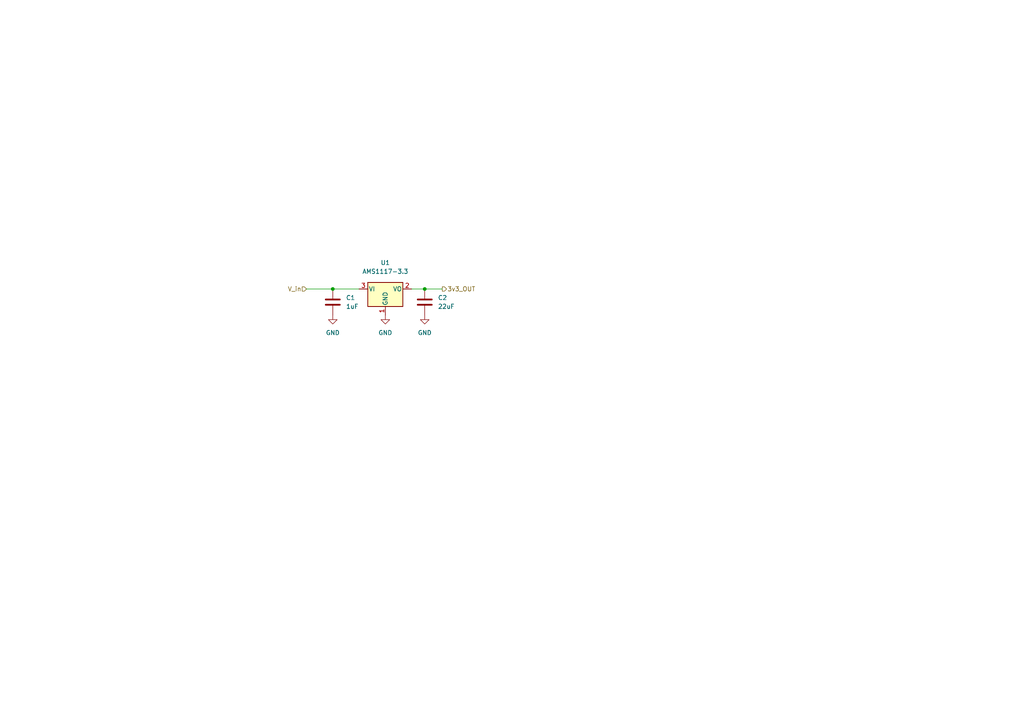
<source format=kicad_sch>
(kicad_sch (version 20211123) (generator eeschema)
  (paper "A4")
  (lib_symbols
    (symbol "Device:C" (pin_numbers hide) (pin_names (offset 0.254))
      (property "Reference" "C" (at 0.635 2.54 0))
      (property "Value" "C" (at 0.635 -2.54 0))
      (symbol "C_0_1"
        (polyline (pts (xy -2.032 -0.762) (xy 2.032 -0.762)) (stroke (width 0.508)))
        (polyline (pts (xy -2.032 0.762) (xy 2.032 0.762)) (stroke (width 0.508)))
      )
      (symbol "C_1_1"
        (pin passive line (at 0 3.81 270) (length 2.794) (name "~") (number "1"))
        (pin passive line (at 0 -3.81 90) (length 2.794) (name "~") (number "2"))
      )
    )
    (symbol "Regulator_Linear:AMS1117-3.3" (pin_names (offset 0.254))
      (property "Reference" "U" (at -3.81 3.175 0))
      (property "Value" "AMS1117-3.3" (at 0 3.175 0))
      (symbol "AMS1117-3.3_0_1"
        (rectangle (start -5.08 -5.08) (end 5.08 1.905) (stroke (width 0.254)) (fill (type background)))
      )
      (symbol "AMS1117-3.3_1_1"
        (pin power_in line (at 0 -7.62 90) (length 2.54) (name "GND") (number "1"))
        (pin power_out line (at 7.62 0 180) (length 2.54) (name "VO") (number "2"))
        (pin power_in line (at -7.62 0 0) (length 2.54) (name "VI") (number "3"))
      )
    )
    (symbol "power:GND" (power) (pin_names (offset 0))
      (property "Value" "GND" (at 0 -3.81 0))
      (symbol "GND_0_1"
        (polyline (pts (xy 0 0) (xy 0 -1.27) (xy 1.27 -1.27) (xy 0 -2.54) (xy -1.27 -1.27) (xy 0 -1.27)))
      )
      (symbol "GND_1_1"
        (pin power_in line (at 0 0 270) (length 0) hide (name "GND") (number "1"))
      )
    )
  )
  (junction (at 96.52 83.82))
  (junction (at 123.19 83.82))
  (wire (pts (xy 123.19 83.82) (xy 119.38 83.82)))
  (wire (pts (xy 88.9 83.82) (xy 96.52 83.82)))
  (wire (pts (xy 96.52 83.82) (xy 104.14 83.82)))
  (wire (pts (xy 128.27 83.82) (xy 123.19 83.82)))
  (hierarchical_label "V_in" (shape input) (at 88.9 83.82 180))
  (hierarchical_label "3v3_OUT" (shape output) (at 128.27 83.82 0))
  (symbol (lib_id "power:GND") (at 96.52 91.44 0)
    (property "Reference" "#PWR01" (effects hide))
    (property "Value" "GND" (at 96.52 96.52 0))
  )
  (symbol (lib_id "Device:C") (at 123.19 87.63 0)
    (property "Reference" "C2" (at 127 86.3599 0) (effects (justify left)))
    (property "Value" "22uF" (at 127 88.8999 0) (effects (justify left)))
    (property "Footprint" "Capacitor_SMD:C_0603_1608Metric_Pad1.08x0.95mm_HandSolder" (effects hide))
  )
  (symbol (lib_id "power:GND") (at 111.76 91.44 0)
    (property "Reference" "#PWR02" (effects hide))
    (property "Value" "GND" (at 111.76 96.52 0))
  )
  (symbol (lib_id "power:GND") (at 123.19 91.44 0)
    (property "Reference" "#PWR03" (effects hide))
    (property "Value" "GND" (at 123.19 96.52 0))
  )
  (symbol (lib_id "Device:C") (at 96.52 87.63 0)
    (property "Reference" "C1" (at 100.33 86.3599 0) (effects (justify left)))
    (property "Value" "1uF" (at 100.33 88.8999 0) (effects (justify left)))
    (property "Footprint" "Capacitor_SMD:C_0603_1608Metric_Pad1.08x0.95mm_HandSolder" (effects hide))
  )
  (symbol (lib_id "Regulator_Linear:AMS1117-3.3") (at 111.76 83.82 0)
    (property "Reference" "U1" (at 111.76 76.2 0))
    (property "Value" "AMS1117-3.3" (at 111.76 78.74 0))
    (property "Footprint" "Package_TO_SOT_SMD:SOT-223-3_TabPin2" (effects hide))
    (property "Datasheet" "http://www.advanced-monolithic.com/pdf/ds1117.pdf" (effects hide))
  )
)
</source>
